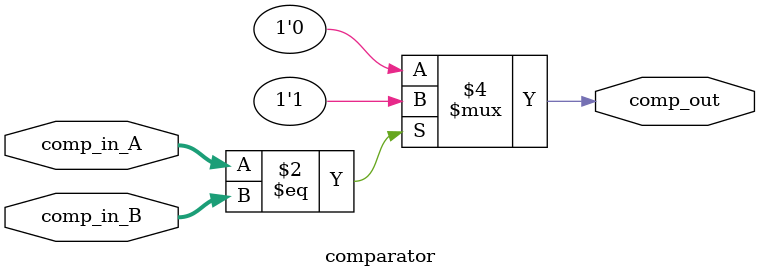
<source format=v>
module comparator (
    comp_in_A, 
    comp_in_B,
    comp_out
);

  input [1:0] comp_in_A;
  input [1:0] comp_in_B;
  output comp_out;
  reg comp_out;

  always @ (comp_in_A or comp_in_B)
  begin
    if (comp_in_A == comp_in_B)
      comp_out = 1'b1;
    else 
      comp_out = 1'b0;
  end                  

endmodule

</source>
